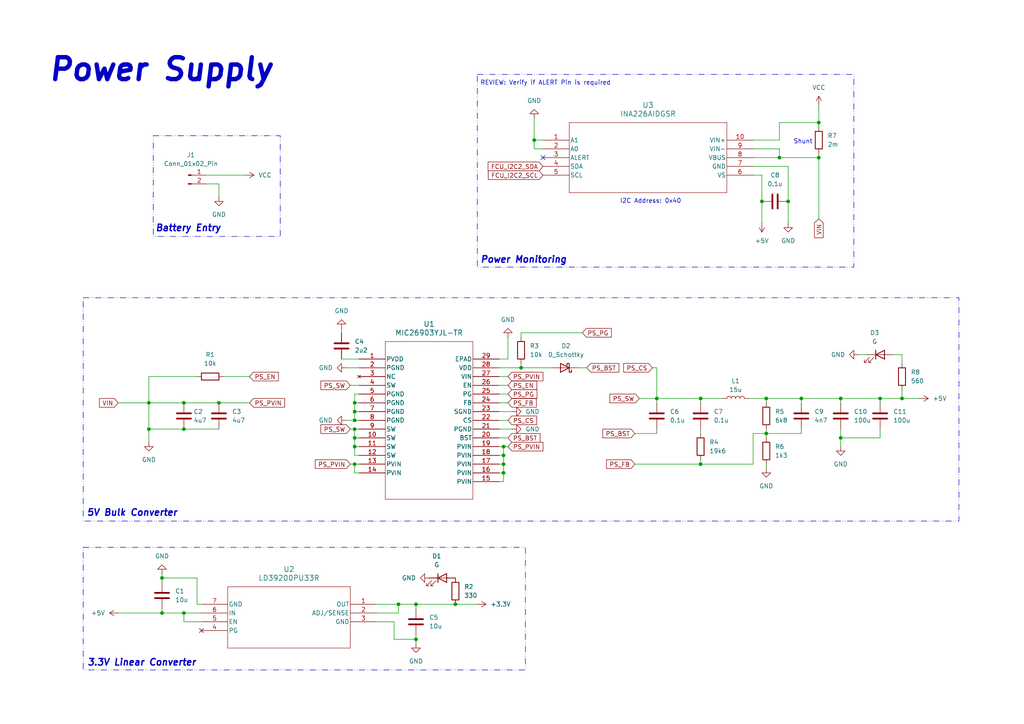
<source format=kicad_sch>
(kicad_sch (version 20250114) (generator "eeschema") (generator_version "9.0")
  (paper "A4")
  (title_block (title "Power Supply") (company "Breno Soares Alves"))
  (lib_symbols
    (symbol "Aircraft_Components:INA226AIDGSR" (pin_names (offset 0.254))
      (property "Reference" "U" (at 30.48 10.16 0))
      (property "Value" "INA226AIDGSR" (at 30.48 7.62 0))
      (symbol "INA226AIDGSR_0_1"
        (polyline (pts (xy 7.62 5.08) (xy 7.62 -15.24)) (stroke (width 0.127)))
        (polyline (pts (xy 7.62 -15.24) (xy 53.34 -15.24)) (stroke (width 0.127)))
        (polyline (pts (xy 53.34 5.08) (xy 7.62 5.08)) (stroke (width 0.127)))
        (polyline (pts (xy 53.34 -15.24) (xy 53.34 5.08)) (stroke (width 0.127)))
        (pin unspecified line (at 0 0 0) (length 7.62) (name "A1") (number "1"))
        (pin unspecified line (at 0 -2.54 0) (length 7.62) (name "A0") (number "2"))
        (pin output line (at 0 -5.08 0) (length 7.62) (name "ALERT") (number "3"))
        (pin bidirectional line (at 0 -7.62 0) (length 7.62) (name "SDA") (number "4"))
        (pin input line (at 0 -10.16 0) (length 7.62) (name "SCL") (number "5"))
        (pin input line (at 60.96 0 180) (length 7.62) (name "VIN+") (number "10"))
        (pin input line (at 60.96 -2.54 180) (length 7.62) (name "VIN-") (number "9"))
        (pin input line (at 60.96 -5.08 180) (length 7.62) (name "VBUS") (number "8"))
        (pin power_in line (at 60.96 -7.62 180) (length 7.62) (name "GND") (number "7"))
        (pin power_in line (at 60.96 -10.16 180) (length 7.62) (name "VS") (number "6"))
      )
    )
    (symbol "Aircraft_Components:LD39200PU33R" (pin_names (offset 0.254))
      (property "Reference" "U" (at 25.4 10.16 0))
      (property "Value" "LD39200PU33R" (at 25.4 7.62 0))
      (symbol "LD39200PU33R_0_1"
        (polyline (pts (xy 7.62 5.08) (xy 7.62 -12.7)) (stroke (width 0.127)))
        (polyline (pts (xy 7.62 -12.7) (xy 43.18 -12.7)) (stroke (width 0.127)))
        (polyline (pts (xy 43.18 5.08) (xy 7.62 5.08)) (stroke (width 0.127)))
        (polyline (pts (xy 43.18 -12.7) (xy 43.18 5.08)) (stroke (width 0.127)))
        (pin output line (at 0 0 0) (length 7.62) (name "OUT") (number "1"))
        (pin unspecified line (at 0 -2.54 0) (length 7.62) (name "ADJ/SENSE") (number "2"))
        (pin power_out line (at 0 -5.08 0) (length 7.62) (name "GND") (number "3"))
        (pin power_out line (at 50.8 0 180) (length 7.62) (name "GND") (number "7"))
        (pin power_in line (at 50.8 -2.54 180) (length 7.62) (name "IN") (number "6"))
        (pin unspecified line (at 50.8 -5.08 180) (length 7.62) (name "EN") (number "5"))
        (pin unspecified line (at 50.8 -7.62 180) (length 7.62) (name "PG") (number "4"))
      )
    )
    (symbol "Aircraft_Components:MIC26903YJL-TR" (pin_names (offset 0.254))
      (property "Reference" "U" (at 20.32 10.16 0))
      (property "Value" "MIC26903YJL-TR" (at 20.32 7.62 0))
      (symbol "MIC26903YJL-TR_0_1"
        (polyline (pts (xy 7.62 5.08) (xy 7.62 -40.64)) (stroke (width 0.127)))
        (polyline (pts (xy 7.62 -40.64) (xy 33.02 -40.64)) (stroke (width 0.127)))
        (polyline (pts (xy 33.02 5.08) (xy 7.62 5.08)) (stroke (width 0.127)))
        (polyline (pts (xy 33.02 -40.64) (xy 33.02 5.08)) (stroke (width 0.127)))
        (pin power_in line (at 0 0 0) (length 7.62) (name "PVDD") (number "1"))
        (pin power_in line (at 0 -2.54 0) (length 7.62) (name "PGND") (number "2"))
        (pin no_connect line (at 0 -5.08 0) (length 7.62) (name "NC") (number "3"))
        (pin output line (at 0 -7.62 0) (length 7.62) (name "SW") (number "4"))
        (pin power_in line (at 0 -10.16 0) (length 7.62) (name "PGND") (number "5"))
        (pin power_in line (at 0 -12.7 0) (length 7.62) (name "PGND") (number "6"))
        (pin power_in line (at 0 -15.24 0) (length 7.62) (name "PGND") (number "7"))
        (pin power_in line (at 0 -17.78 0) (length 7.62) (name "PGND") (number "8"))
        (pin output line (at 0 -20.32 0) (length 7.62) (name "SW") (number "9"))
        (pin output line (at 0 -22.86 0) (length 7.62) (name "SW") (number "10"))
        (pin output line (at 0 -25.4 0) (length 7.62) (name "SW") (number "11"))
        (pin output line (at 0 -27.94 0) (length 7.62) (name "SW") (number "12"))
        (pin input line (at 0 -30.48 0) (length 7.62) (name "PVIN") (number "13"))
        (pin input line (at 0 -33.02 0) (length 7.62) (name "PVIN") (number "14"))
        (pin unspecified line (at 40.64 0 180) (length 7.62) (name "EPAD") (number "29"))
        (pin power_in line (at 40.64 -2.54 180) (length 7.62) (name "VDD") (number "28"))
        (pin input line (at 40.64 -5.08 180) (length 7.62) (name "VIN") (number "27"))
        (pin input line (at 40.64 -7.62 180) (length 7.62) (name "EN") (number "26"))
        (pin output line (at 40.64 -10.16 180) (length 7.62) (name "PG") (number "25"))
        (pin input line (at 40.64 -12.7 180) (length 7.62) (name "FB") (number "24"))
        (pin power_in line (at 40.64 -15.24 180) (length 7.62) (name "SGND") (number "23"))
        (pin input line (at 40.64 -17.78 180) (length 7.62) (name "CS") (number "22"))
        (pin power_in line (at 40.64 -20.32 180) (length 7.62) (name "PGND") (number "21"))
        (pin output line (at 40.64 -22.86 180) (length 7.62) (name "BST") (number "20"))
        (pin input line (at 40.64 -25.4 180) (length 7.62) (name "PVIN") (number "19"))
        (pin input line (at 40.64 -27.94 180) (length 7.62) (name "PVIN") (number "18"))
        (pin input line (at 40.64 -30.48 180) (length 7.62) (name "PVIN") (number "17"))
        (pin input line (at 40.64 -33.02 180) (length 7.62) (name "PVIN") (number "16"))
        (pin input line (at 40.64 -35.56 180) (length 7.62) (name "PVIN") (number "15"))
      )
    )
    (symbol "Connector:Conn_01x02_Pin" (pin_names (offset 1.016) (hide yes))
      (property "Reference" "J" (at 0 2.54 0))
      (property "Value" "Conn_01x02_Pin" (at 0 -5.08 0))
      (symbol "Conn_01x02_Pin_1_1"
        (rectangle (start 0.8636 0.127) (end 0 -0.127) (stroke (width 0.1524)) (fill (type outline)))
        (rectangle (start 0.8636 -2.413) (end 0 -2.667) (stroke (width 0.1524)) (fill (type outline)))
        (polyline (pts (xy 1.27 0) (xy 0.8636 0)) (stroke (width 0.1524)))
        (polyline (pts (xy 1.27 -2.54) (xy 0.8636 -2.54)) (stroke (width 0.1524)))
        (pin passive line (at 5.08 0 180) (length 3.81) (name "Pin_1") (number "1"))
        (pin passive line (at 5.08 -2.54 180) (length 3.81) (name "Pin_2") (number "2"))
      )
    )
    (symbol "Device:C" (pin_numbers (hide yes)) (pin_names (offset 0.254))
      (property "Reference" "C" (at 0.635 2.54 0))
      (property "Value" "C" (at 0.635 -2.54 0))
      (symbol "C_0_1"
        (polyline (pts (xy -2.032 0.762) (xy 2.032 0.762)) (stroke (width 0.508)))
        (polyline (pts (xy -2.032 -0.762) (xy 2.032 -0.762)) (stroke (width 0.508)))
      )
      (symbol "C_1_1"
        (pin passive line (at 0 3.81 270) (length 2.794) (name "~") (number "1"))
        (pin passive line (at 0 -3.81 90) (length 2.794) (name "~") (number "2"))
      )
    )
    (symbol "Device:D_Schottky" (pin_numbers (hide yes)) (pin_names (offset 1.016) (hide yes))
      (property "Reference" "D" (at 0 2.54 0))
      (property "Value" "D_Schottky" (at 0 -2.54 0))
      (symbol "D_Schottky_0_1"
        (polyline (pts (xy -1.905 0.635) (xy -1.905 1.27) (xy -1.27 1.27) (xy -1.27 -1.27) (xy -0.635 -1.27) (xy -0.635 -0.635)) (stroke (width 0.254)))
        (polyline (pts (xy 1.27 1.27) (xy 1.27 -1.27) (xy -1.27 0) (xy 1.27 1.27)) (stroke (width 0.254)))
        (polyline (pts (xy 1.27 0) (xy -1.27 0)))
      )
      (symbol "D_Schottky_1_1"
        (pin passive line (at -3.81 0 0) (length 2.54) (name "K") (number "1"))
        (pin passive line (at 3.81 0 180) (length 2.54) (name "A") (number "2"))
      )
    )
    (symbol "Device:L" (pin_numbers (hide yes)) (pin_names (offset 1.016) (hide yes))
      (property "Reference" "L" (at -1.27 0 90))
      (property "Value" "L" (at 1.905 0 90))
      (symbol "L_0_1"
        (arc (start 0 2.54) (mid 0.6323 1.905) (end 0 1.27))
        (arc (start 0 1.27) (mid 0.6323 0.635) (end 0 0))
        (arc (start 0 0) (mid 0.6323 -0.635) (end 0 -1.27))
        (arc (start 0 -1.27) (mid 0.6323 -1.905) (end 0 -2.54))
      )
      (symbol "L_1_1"
        (pin passive line (at 0 3.81 270) (length 1.27) (name "1") (number "1"))
        (pin passive line (at 0 -3.81 90) (length 1.27) (name "2") (number "2"))
      )
    )
    (symbol "Device:LED" (pin_numbers (hide yes)) (pin_names (offset 1.016) (hide yes))
      (property "Reference" "D" (at 0 2.54 0))
      (property "Value" "LED" (at 0 -2.54 0))
      (symbol "LED_0_1"
        (polyline (pts (xy -3.048 -0.762) (xy -4.572 -2.286) (xy -3.81 -2.286) (xy -4.572 -2.286) (xy -4.572 -1.524)))
        (polyline (pts (xy -1.778 -0.762) (xy -3.302 -2.286) (xy -2.54 -2.286) (xy -3.302 -2.286) (xy -3.302 -1.524)))
        (polyline (pts (xy -1.27 0) (xy 1.27 0)))
        (polyline (pts (xy -1.27 -1.27) (xy -1.27 1.27)) (stroke (width 0.254)))
        (polyline (pts (xy 1.27 -1.27) (xy 1.27 1.27) (xy -1.27 0) (xy 1.27 -1.27)) (stroke (width 0.254)))
      )
      (symbol "LED_1_1"
        (pin passive line (at -3.81 0 0) (length 2.54) (name "K") (number "1"))
        (pin passive line (at 3.81 0 180) (length 2.54) (name "A") (number "2"))
      )
    )
    (symbol "Device:R" (pin_numbers (hide yes)) (pin_names (offset 0))
      (property "Reference" "R" (at 2.032 0 90))
      (property "Value" "R" (at 0 0 90))
      (symbol "R_0_1"
        (rectangle (start -1.016 -2.54) (end 1.016 2.54) (stroke (width 0.254)))
      )
      (symbol "R_1_1"
        (pin passive line (at 0 3.81 270) (length 1.27) (name "~") (number "1"))
        (pin passive line (at 0 -3.81 90) (length 1.27) (name "~") (number "2"))
      )
    )
    (symbol "power:+3.3V" (power) (pin_numbers (hide yes)) (pin_names (offset 0) (hide yes))
      (property "Value" "+3.3V" (at 0 3.556 0))
      (symbol "+3.3V_0_1"
        (polyline (pts (xy -0.762 1.27) (xy 0 2.54)))
        (polyline (pts (xy 0 2.54) (xy 0.762 1.27)))
        (polyline (pts (xy 0 0) (xy 0 2.54)))
      )
      (symbol "+3.3V_1_1"
        (pin power_in line (at 0 0 90) (length 0) (name "~") (number "1"))
      )
    )
    (symbol "power:+5V" (power) (pin_numbers (hide yes)) (pin_names (offset 0) (hide yes))
      (property "Value" "+5V" (at 0 3.556 0))
      (symbol "+5V_0_1"
        (polyline (pts (xy -0.762 1.27) (xy 0 2.54)))
        (polyline (pts (xy 0 2.54) (xy 0.762 1.27)))
        (polyline (pts (xy 0 0) (xy 0 2.54)))
      )
      (symbol "+5V_1_1"
        (pin power_in line (at 0 0 90) (length 0) (name "~") (number "1"))
      )
    )
    (symbol "power:GND" (power) (pin_numbers (hide yes)) (pin_names (offset 0) (hide yes))
      (property "Value" "GND" (at 0 -3.81 0))
      (symbol "GND_0_1"
        (polyline (pts (xy 0 0) (xy 0 -1.27) (xy 1.27 -1.27) (xy 0 -2.54) (xy -1.27 -1.27) (xy 0 -1.27)))
      )
      (symbol "GND_1_1"
        (pin power_in line (at 0 0 270) (length 0) (name "~") (number "1"))
      )
    )
    (symbol "power:VCC" (power) (pin_numbers (hide yes)) (pin_names (offset 0) (hide yes))
      (property "Value" "VCC" (at 0 3.556 0))
      (symbol "VCC_0_1"
        (polyline (pts (xy -0.762 1.27) (xy 0 2.54)))
        (polyline (pts (xy 0 2.54) (xy 0.762 1.27)))
        (polyline (pts (xy 0 0) (xy 0 2.54)))
      )
      (symbol "VCC_1_1"
        (pin power_in line (at 0 0 90) (length 0) (name "~") (number "1"))
      )
    )
  )
  (rectangle (start 24.13 86.36) (end 278.13 151.13) (stroke (width 0) (type dash_dot_dot)))
  (rectangle (start 138.43 21.59) (end 247.65 77.47) (stroke (width 0) (type dash_dot_dot)))
  (rectangle (start 44.45 39.37) (end 81.28 68.58) (stroke (width 0) (type dash_dot_dot)))
  (rectangle (start 24.13 158.75) (end 152.4 194.31) (stroke (width 0) (type dash_dot_dot)))
  (text "3.3V Linear Converter" (at 41.148 192.278 0) (effects (font (size 1.905 1.905) (thickness 0.381) (bold yes) (italic yes))))
  (text "Power Supply" (at 46.736 20.32 0) (effects (font (size 6.35 6.35) (thickness 1.27) (bold yes) (italic yes))))
  (text "REVIEW: Verify if ALERT Pin is required" (at 158.242 24.13 0) (effects (font (size 1.27 1.27))))
  (text "Power Monitoring" (at 151.892 75.438 0) (effects (font (size 1.905 1.905) (thickness 0.381) (bold yes) (italic yes))))
  (text "Shunt" (at 232.918 41.148 0) (effects (font (size 1.27 1.27))))
  (text "5V Bulk Converter" (at 38.354 148.844 0) (effects (font (size 1.905 1.905) (thickness 0.381) (bold yes) (italic yes))))
  (text "I2C Address: 0x40" (at 188.722 58.42 0) (effects (font (size 1.27 1.27))))
  (text "Battery Entry" (at 54.61 66.294 0) (effects (font (size 1.905 1.905) (thickness 0.381) (bold yes) (italic yes))))
  (junction (at 151.13 106.68))
  (junction (at 53.34 124.46))
  (junction (at 222.25 125.73))
  (junction (at 243.84 115.57))
  (junction (at 46.99 177.8))
  (junction (at 203.2 115.57))
  (junction (at 226.06 45.72))
  (junction (at 222.25 115.57))
  (junction (at 146.05 137.16))
  (junction (at 146.05 132.08))
  (junction (at 53.34 116.84))
  (junction (at 102.87 124.46))
  (junction (at 102.87 129.54))
  (junction (at 63.5 116.84))
  (junction (at 46.99 167.64))
  (junction (at 43.18 116.84))
  (junction (at 102.87 119.38))
  (junction (at 261.62 115.57))
  (junction (at 43.18 124.46))
  (junction (at 220.98 58.42))
  (junction (at 120.65 185.42))
  (junction (at 115.57 175.26))
  (junction (at 146.05 129.54))
  (junction (at 190.5 115.57))
  (junction (at 102.87 134.62))
  (junction (at 228.6 58.42))
  (junction (at 243.84 127))
  (junction (at 102.87 121.92))
  (junction (at 102.87 127))
  (junction (at 237.49 35.56))
  (junction (at 154.94 40.64))
  (junction (at 132.08 175.26))
  (junction (at 53.34 177.8))
  (junction (at 232.41 115.57))
  (junction (at 237.49 45.72))
  (junction (at 203.2 134.62))
  (junction (at 255.27 115.57))
  (junction (at 146.05 134.62))
  (junction (at 102.87 116.84))
  (junction (at 120.65 175.26))
  (no_connect (at 157.48 45.72))
  (no_connect (at 58.42 182.88))
  (wire (pts (xy 151.13 96.52) (xy 168.91 96.52)))
  (wire (pts (xy 109.22 177.8) (xy 115.57 177.8)))
  (wire (pts (xy 226.06 45.72) (xy 226.06 43.18)))
  (wire (pts (xy 102.87 114.3) (xy 104.14 114.3)))
  (wire (pts (xy 184.15 134.62) (xy 203.2 134.62)))
  (wire (pts (xy 102.87 121.92) (xy 104.14 121.92)))
  (wire (pts (xy 243.84 127) (xy 255.27 127)))
  (wire (pts (xy 147.32 129.54) (xy 146.05 129.54)))
  (wire (pts (xy 64.77 109.22) (xy 72.39 109.22)))
  (wire (pts (xy 147.32 111.76) (xy 144.78 111.76)))
  (wire (pts (xy 151.13 105.41) (xy 151.13 106.68)))
  (wire (pts (xy 102.87 119.38) (xy 104.14 119.38)))
  (wire (pts (xy 57.15 175.26) (xy 57.15 167.64)))
  (wire (pts (xy 102.87 119.38) (xy 102.87 116.84)))
  (wire (pts (xy 255.27 115.57) (xy 255.27 116.84)))
  (wire (pts (xy 147.32 116.84) (xy 144.78 116.84)))
  (wire (pts (xy 243.84 124.46) (xy 243.84 127)))
  (wire (pts (xy 63.5 116.84) (xy 72.39 116.84)))
  (wire (pts (xy 190.5 125.73) (xy 190.5 124.46)))
  (wire (pts (xy 147.32 114.3) (xy 144.78 114.3)))
  (wire (pts (xy 46.99 166.37) (xy 46.99 167.64)))
  (wire (pts (xy 43.18 116.84) (xy 43.18 124.46)))
  (wire (pts (xy 232.41 115.57) (xy 232.41 116.84)))
  (wire (pts (xy 102.87 116.84) (xy 102.87 114.3)))
  (wire (pts (xy 46.99 176.53) (xy 46.99 177.8)))
  (wire (pts (xy 102.87 137.16) (xy 104.14 137.16)))
  (wire (pts (xy 101.6 134.62) (xy 102.87 134.62)))
  (wire (pts (xy 226.06 35.56) (xy 226.06 40.64)))
  (wire (pts (xy 144.78 134.62) (xy 146.05 134.62)))
  (wire (pts (xy 58.42 175.26) (xy 57.15 175.26)))
  (wire (pts (xy 120.65 185.42) (xy 120.65 186.69)))
  (wire (pts (xy 53.34 116.84) (xy 43.18 116.84)))
  (wire (pts (xy 43.18 124.46) (xy 43.18 128.27)))
  (wire (pts (xy 222.25 125.73) (xy 222.25 124.46)))
  (wire (pts (xy 261.62 113.03) (xy 261.62 115.57)))
  (wire (pts (xy 146.05 129.54) (xy 144.78 129.54)))
  (wire (pts (xy 203.2 115.57) (xy 209.55 115.57)))
  (wire (pts (xy 109.22 175.26) (xy 115.57 175.26)))
  (wire (pts (xy 120.65 185.42) (xy 120.65 184.15)))
  (wire (pts (xy 226.06 43.18) (xy 218.44 43.18)))
  (wire (pts (xy 218.44 125.73) (xy 222.25 125.73)))
  (wire (pts (xy 220.98 58.42) (xy 220.98 64.77)))
  (wire (pts (xy 102.87 116.84) (xy 104.14 116.84)))
  (wire (pts (xy 203.2 134.62) (xy 203.2 133.35)))
  (wire (pts (xy 261.62 115.57) (xy 266.7 115.57)))
  (wire (pts (xy 120.65 175.26) (xy 120.65 176.53)))
  (wire (pts (xy 46.99 177.8) (xy 53.34 177.8)))
  (wire (pts (xy 146.05 134.62) (xy 146.05 132.08)))
  (wire (pts (xy 114.3 180.34) (xy 114.3 185.42)))
  (wire (pts (xy 34.29 116.84) (xy 43.18 116.84)))
  (wire (pts (xy 53.34 124.46) (xy 63.5 124.46)))
  (wire (pts (xy 203.2 115.57) (xy 203.2 116.84)))
  (wire (pts (xy 261.62 102.87) (xy 261.62 105.41)))
  (wire (pts (xy 144.78 104.14) (xy 147.32 104.14)))
  (wire (pts (xy 157.48 40.64) (xy 154.94 40.64)))
  (wire (pts (xy 63.5 53.34) (xy 63.5 57.15)))
  (wire (pts (xy 102.87 129.54) (xy 104.14 129.54)))
  (wire (pts (xy 147.32 109.22) (xy 144.78 109.22)))
  (wire (pts (xy 255.27 115.57) (xy 261.62 115.57)))
  (wire (pts (xy 46.99 167.64) (xy 46.99 168.91)))
  (wire (pts (xy 228.6 58.42) (xy 228.6 64.77)))
  (wire (pts (xy 237.49 35.56) (xy 237.49 36.83)))
  (wire (pts (xy 190.5 115.57) (xy 190.5 106.68)))
  (wire (pts (xy 222.25 115.57) (xy 222.25 116.84)))
  (wire (pts (xy 222.25 134.62) (xy 222.25 135.89)))
  (wire (pts (xy 120.65 175.26) (xy 132.08 175.26)))
  (wire (pts (xy 102.87 127) (xy 104.14 127)))
  (wire (pts (xy 243.84 127) (xy 243.84 129.54)))
  (wire (pts (xy 220.98 58.42) (xy 220.98 50.8)))
  (wire (pts (xy 57.15 167.64) (xy 46.99 167.64)))
  (wire (pts (xy 237.49 45.72) (xy 226.06 45.72)))
  (wire (pts (xy 255.27 127) (xy 255.27 124.46)))
  (wire (pts (xy 248.92 102.87) (xy 251.46 102.87)))
  (wire (pts (xy 101.6 111.76) (xy 104.14 111.76)))
  (wire (pts (xy 144.78 106.68) (xy 151.13 106.68)))
  (wire (pts (xy 222.25 125.73) (xy 222.25 127)))
  (wire (pts (xy 104.14 132.08) (xy 102.87 132.08)))
  (wire (pts (xy 146.05 132.08) (xy 146.05 129.54)))
  (wire (pts (xy 34.29 177.8) (xy 46.99 177.8)))
  (wire (pts (xy 190.5 115.57) (xy 190.5 116.84)))
  (wire (pts (xy 232.41 125.73) (xy 232.41 124.46)))
  (wire (pts (xy 99.06 95.25) (xy 99.06 96.52)))
  (wire (pts (xy 102.87 129.54) (xy 102.87 127)))
  (wire (pts (xy 185.42 115.57) (xy 190.5 115.57)))
  (wire (pts (xy 109.22 180.34) (xy 114.3 180.34)))
  (wire (pts (xy 154.94 43.18) (xy 154.94 40.64)))
  (wire (pts (xy 147.32 127) (xy 144.78 127)))
  (wire (pts (xy 237.49 45.72) (xy 237.49 63.5)))
  (wire (pts (xy 190.5 106.68) (xy 189.23 106.68)))
  (wire (pts (xy 237.49 44.45) (xy 237.49 45.72)))
  (wire (pts (xy 222.25 125.73) (xy 232.41 125.73)))
  (wire (pts (xy 217.17 115.57) (xy 222.25 115.57)))
  (wire (pts (xy 157.48 43.18) (xy 154.94 43.18)))
  (wire (pts (xy 144.78 132.08) (xy 146.05 132.08)))
  (wire (pts (xy 184.15 125.73) (xy 190.5 125.73)))
  (wire (pts (xy 151.13 97.79) (xy 151.13 96.52)))
  (wire (pts (xy 237.49 30.48) (xy 237.49 35.56)))
  (wire (pts (xy 218.44 134.62) (xy 218.44 125.73)))
  (wire (pts (xy 132.08 175.26) (xy 138.43 175.26)))
  (wire (pts (xy 102.87 132.08) (xy 102.87 129.54)))
  (wire (pts (xy 259.08 102.87) (xy 261.62 102.87)))
  (wire (pts (xy 237.49 35.56) (xy 226.06 35.56)))
  (wire (pts (xy 222.25 115.57) (xy 232.41 115.57)))
  (wire (pts (xy 43.18 109.22) (xy 57.15 109.22)))
  (wire (pts (xy 226.06 40.64) (xy 218.44 40.64)))
  (wire (pts (xy 147.32 104.14) (xy 147.32 97.79)))
  (wire (pts (xy 53.34 116.84) (xy 63.5 116.84)))
  (wire (pts (xy 232.41 115.57) (xy 243.84 115.57)))
  (wire (pts (xy 102.87 121.92) (xy 102.87 119.38)))
  (wire (pts (xy 243.84 115.57) (xy 255.27 115.57)))
  (wire (pts (xy 99.06 104.14) (xy 104.14 104.14)))
  (wire (pts (xy 58.42 180.34) (xy 53.34 180.34)))
  (wire (pts (xy 115.57 177.8) (xy 115.57 175.26)))
  (wire (pts (xy 228.6 48.26) (xy 218.44 48.26)))
  (wire (pts (xy 190.5 115.57) (xy 203.2 115.57)))
  (wire (pts (xy 144.78 137.16) (xy 146.05 137.16)))
  (wire (pts (xy 53.34 180.34) (xy 53.34 177.8)))
  (wire (pts (xy 102.87 134.62) (xy 102.87 137.16)))
  (wire (pts (xy 228.6 58.42) (xy 228.6 48.26)))
  (wire (pts (xy 102.87 127) (xy 102.87 124.46)))
  (wire (pts (xy 114.3 185.42) (xy 120.65 185.42)))
  (wire (pts (xy 147.32 121.92) (xy 144.78 121.92)))
  (wire (pts (xy 203.2 134.62) (xy 218.44 134.62)))
  (wire (pts (xy 146.05 139.7) (xy 146.05 137.16)))
  (wire (pts (xy 144.78 139.7) (xy 146.05 139.7)))
  (wire (pts (xy 100.33 106.68) (xy 104.14 106.68)))
  (wire (pts (xy 102.87 134.62) (xy 104.14 134.62)))
  (wire (pts (xy 100.33 121.92) (xy 102.87 121.92)))
  (wire (pts (xy 53.34 177.8) (xy 58.42 177.8)))
  (wire (pts (xy 102.87 124.46) (xy 104.14 124.46)))
  (wire (pts (xy 144.78 119.38) (xy 148.59 119.38)))
  (wire (pts (xy 115.57 175.26) (xy 120.65 175.26)))
  (wire (pts (xy 218.44 45.72) (xy 226.06 45.72)))
  (wire (pts (xy 43.18 124.46) (xy 53.34 124.46)))
  (wire (pts (xy 167.64 106.68) (xy 170.18 106.68)))
  (wire (pts (xy 101.6 124.46) (xy 102.87 124.46)))
  (wire (pts (xy 146.05 137.16) (xy 146.05 134.62)))
  (wire (pts (xy 43.18 116.84) (xy 43.18 109.22)))
  (wire (pts (xy 203.2 124.46) (xy 203.2 125.73)))
  (wire (pts (xy 59.69 50.8) (xy 71.12 50.8)))
  (wire (pts (xy 151.13 106.68) (xy 160.02 106.68)))
  (wire (pts (xy 59.69 53.34) (xy 63.5 53.34)))
  (wire (pts (xy 220.98 50.8) (xy 218.44 50.8)))
  (wire (pts (xy 243.84 115.57) (xy 243.84 116.84)))
  (wire (pts (xy 154.94 40.64) (xy 154.94 34.29)))
  (wire (pts (xy 144.78 124.46) (xy 148.59 124.46)))
  (global_label "PS_PVIN" (shape input) (at 101.6 134.62 180) (property "Intersheetrefs" "${INTERSHEET_REFS}" (effects (hide yes))))
  (global_label "PS_BST" (shape input) (at 147.32 127 0) (property "Intersheetrefs" "${INTERSHEET_REFS}" (effects (hide yes))))
  (global_label "PS_CS" (shape input) (at 189.23 106.68 180) (property "Intersheetrefs" "${INTERSHEET_REFS}" (effects (hide yes))))
  (global_label "PS_EN" (shape input) (at 147.32 111.76 0) (property "Intersheetrefs" "${INTERSHEET_REFS}" (effects (hide yes))))
  (global_label "VIN" (shape input) (at 34.29 116.84 180) (property "Intersheetrefs" "${INTERSHEET_REFS}" (effects (hide yes))))
  (global_label "FCU_I2C2_SDA" (shape input) (at 157.48 48.26 180) (property "Intersheetrefs" "${INTERSHEET_REFS}" (effects (hide yes))))
  (global_label "FCU_I2C2_SCL" (shape input) (at 157.48 50.8 180) (property "Intersheetrefs" "${INTERSHEET_REFS}" (effects (hide yes))))
  (global_label "PS_PVIN" (shape input) (at 147.32 129.54 0) (property "Intersheetrefs" "${INTERSHEET_REFS}" (effects (hide yes))))
  (global_label "PS_BST" (shape input) (at 184.15 125.73 180) (property "Intersheetrefs" "${INTERSHEET_REFS}" (effects (hide yes))))
  (global_label "PS_SW" (shape input) (at 185.42 115.57 180) (property "Intersheetrefs" "${INTERSHEET_REFS}" (effects (hide yes))))
  (global_label "PS_CS" (shape input) (at 147.32 121.92 0) (property "Intersheetrefs" "${INTERSHEET_REFS}" (effects (hide yes))))
  (global_label "PS_SW" (shape input) (at 101.6 124.46 180) (property "Intersheetrefs" "${INTERSHEET_REFS}" (effects (hide yes))))
  (global_label "PS_PVIN" (shape input) (at 72.39 116.84 0) (property "Intersheetrefs" "${INTERSHEET_REFS}" (effects (hide yes))))
  (global_label "PS_BST" (shape input) (at 170.18 106.68 0) (property "Intersheetrefs" "${INTERSHEET_REFS}" (effects (hide yes))))
  (global_label "PS_PG" (shape input) (at 147.32 114.3 0) (property "Intersheetrefs" "${INTERSHEET_REFS}" (effects (hide yes))))
  (global_label "PS_SW" (shape input) (at 101.6 111.76 180) (property "Intersheetrefs" "${INTERSHEET_REFS}" (effects (hide yes))))
  (global_label "PS_EN" (shape input) (at 72.39 109.22 0) (property "Intersheetrefs" "${INTERSHEET_REFS}" (effects (hide yes))))
  (global_label "PS_PVIN" (shape input) (at 147.32 109.22 0) (property "Intersheetrefs" "${INTERSHEET_REFS}" (effects (hide yes))))
  (global_label "PS_PG" (shape input) (at 168.91 96.52 0) (property "Intersheetrefs" "${INTERSHEET_REFS}" (effects (hide yes))))
  (global_label "VIN" (shape input) (at 237.49 63.5 270) (property "Intersheetrefs" "${INTERSHEET_REFS}" (effects (hide yes))))
  (global_label "PS_FB" (shape input) (at 147.32 116.84 0) (property "Intersheetrefs" "${INTERSHEET_REFS}" (effects (hide yes))))
  (global_label "PS_FB" (shape input) (at 184.15 134.62 180) (property "Intersheetrefs" "${INTERSHEET_REFS}" (effects (hide yes))))
  (symbol (lib_id "power:GND") (at 222.25 135.89 0) (unit 1)
    (property "Reference" "#PWR017" (effects (hide yes)))
    (property "Value" "GND" (at 222.25 140.97 0))
    (property "Description" "Power symbol creates a global label with name \"GND\" , ground" (effects (hide yes)))
  )
  (symbol (lib_id "power:GND") (at 154.94 34.29 180) (unit 1)
    (property "Reference" "#PWR015" (effects (hide yes)))
    (property "Value" "GND" (at 154.94 29.21 0))
    (property "Description" "Power symbol creates a global label with name \"GND\" , ground" (effects (hide yes)))
  )
  (symbol (lib_id "power:GND") (at 43.18 128.27 0) (unit 1)
    (property "Reference" "#PWR02" (effects (hide yes)))
    (property "Value" "GND" (at 43.18 133.35 0))
    (property "Description" "Power symbol creates a global label with name \"GND\" , ground" (effects (hide yes)))
  )
  (symbol (lib_id "power:GND") (at 124.46 167.64 270) (unit 1)
    (property "Reference" "#PWR010" (effects (hide yes)))
    (property "Value" "GND" (at 120.65 167.6399 90) (effects (justify right)))
    (property "Description" "Power symbol creates a global label with name \"GND\" , ground" (effects (hide yes)))
  )
  (symbol (lib_id "Device:C") (at 99.06 100.33 0) (unit 1)
    (property "Reference" "C4" (at 102.87 99.0599 0) (effects (justify left)))
    (property "Value" "2u2" (at 102.87 101.5999 0) (effects (justify left)))
    (property "Description" "Unpolarized capacitor" (effects (hide yes)))
  )
  (symbol (lib_id "power:VCC") (at 71.12 50.8 270) (unit 1)
    (property "Reference" "#PWR05" (effects (hide yes)))
    (property "Value" "VCC" (at 74.93 50.7999 90) (effects (justify left)))
    (property "Description" "Power symbol creates a global label with name \"VCC\"" (effects (hide yes)))
  )
  (symbol (lib_id "Device:R") (at 222.25 120.65 0) (unit 1)
    (property "Reference" "R5" (at 224.79 119.3799 0) (effects (justify left)))
    (property "Value" "6k8" (at 224.79 121.9199 0) (effects (justify left)))
    (property "Description" "Resistor" (effects (hide yes)))
  )
  (symbol (lib_id "Connector:Conn_01x02_Pin") (at 54.61 50.8 0) (unit 1)
    (property "Reference" "J1" (at 55.372 44.958 0))
    (property "Value" "Conn_01x02_Pin" (at 55.372 47.498 0))
    (property "Description" "Generic connector, single row, 01x02, script generated" (effects (hide yes)))
  )
  (symbol (lib_id "power:GND") (at 228.6 64.77 0) (unit 1)
    (property "Reference" "#PWR018" (effects (hide yes)))
    (property "Value" "GND" (at 228.6 69.85 0))
    (property "Description" "Power symbol creates a global label with name \"GND\" , ground" (effects (hide yes)))
  )
  (symbol (lib_id "Device:LED") (at 255.27 102.87 0) (unit 1)
    (property "Reference" "D3" (at 253.6825 96.52 0))
    (property "Value" "G" (at 253.6825 99.06 0))
    (property "Description" "Light emitting diode" (effects (hide yes)))
    (property "Sim.Pins" "1=K 2=A" (effects (hide yes)))
  )
  (symbol (lib_id "power:GND") (at 248.92 102.87 270) (unit 1)
    (property "Reference" "#PWR021" (effects (hide yes)))
    (property "Value" "GND" (at 245.11 102.8699 90) (effects (justify right)))
    (property "Description" "Power symbol creates a global label with name \"GND\" , ground" (effects (hide yes)))
  )
  (symbol (lib_id "Device:R") (at 60.96 109.22 90) (unit 1)
    (property "Reference" "R1" (at 60.96 102.87 90))
    (property "Value" "10k" (at 60.96 105.41 90))
    (property "Description" "Resistor" (effects (hide yes)))
  )
  (symbol (lib_id "Device:C") (at 243.84 120.65 0) (unit 1)
    (property "Reference" "C10" (at 247.65 119.3799 0) (effects (justify left)))
    (property "Value" "100u" (at 247.65 121.9199 0) (effects (justify left)))
    (property "Description" "Unpolarized capacitor" (effects (hide yes)))
  )
  (symbol (lib_id "Device:C") (at 120.65 180.34 0) (unit 1)
    (property "Reference" "C5" (at 124.46 179.0699 0) (effects (justify left)))
    (property "Value" "10u" (at 124.46 181.6099 0) (effects (justify left)))
    (property "Description" "Unpolarized capacitor" (effects (hide yes)))
  )
  (symbol (lib_id "Device:D_Schottky") (at 163.83 106.68 180) (unit 1)
    (property "Reference" "D2" (at 164.1475 100.33 0))
    (property "Value" "D_Schottky" (at 164.1475 102.87 0))
    (property "Description" "Schottky diode" (effects (hide yes)))
  )
  (symbol (lib_id "Device:R") (at 222.25 130.81 0) (unit 1)
    (property "Reference" "R6" (at 224.79 129.5399 0) (effects (justify left)))
    (property "Value" "1k3" (at 224.79 132.0799 0) (effects (justify left)))
    (property "Description" "Resistor" (effects (hide yes)))
  )
  (symbol (lib_id "Device:R") (at 261.62 109.22 0) (unit 1)
    (property "Reference" "R8" (at 264.16 107.9499 0) (effects (justify left)))
    (property "Value" "560" (at 264.16 110.4899 0) (effects (justify left)))
    (property "Description" "Resistor" (effects (hide yes)))
  )
  (symbol (lib_id "Device:R") (at 151.13 101.6 0) (unit 1)
    (property "Reference" "R3" (at 153.67 100.3299 0) (effects (justify left)))
    (property "Value" "10k" (at 153.67 102.8699 0) (effects (justify left)))
    (property "Description" "Resistor" (effects (hide yes)))
  )
  (symbol (lib_id "power:GND") (at 99.06 95.25 180) (unit 1)
    (property "Reference" "#PWR06" (effects (hide yes)))
    (property "Value" "GND" (at 99.06 90.17 0))
    (property "Description" "Power symbol creates a global label with name \"GND\" , ground" (effects (hide yes)))
  )
  (symbol (lib_id "power:GND") (at 120.65 186.69 0) (unit 1)
    (property "Reference" "#PWR09" (effects (hide yes)))
    (property "Value" "GND" (at 120.65 191.77 0))
    (property "Description" "Power symbol creates a global label with name \"GND\" , ground" (effects (hide yes)))
  )
  (symbol (lib_id "power:GND") (at 100.33 121.92 270) (unit 1)
    (property "Reference" "#PWR08" (effects (hide yes)))
    (property "Value" "GND" (at 96.52 121.9199 90) (effects (justify right)))
    (property "Description" "Power symbol creates a global label with name \"GND\" , ground" (effects (hide yes)))
  )
  (symbol (lib_id "Aircraft_Components:MIC26903YJL-TR") (at 104.14 104.14 0) (unit 1)
    (property "Reference" "U1" (at 124.46 93.98 0) (effects (font (size 1.524 1.524))))
    (property "Value" "MIC26903YJL-TR" (at 124.46 96.52 0) (effects (font (size 1.524 1.524))))
    (property "Footprint" "MLF28_5X6_MCH" (effects (hide yes)))
    (property "Datasheet" "MIC26903YJL-TR" (effects (hide yes)))
  )
  (symbol (lib_id "power:+5V") (at 220.98 64.77 180) (unit 1)
    (property "Reference" "#PWR016" (effects (hide yes)))
    (property "Value" "+5V" (at 220.98 69.85 0))
    (property "Description" "Power symbol creates a global label with name \"+5V\"" (effects (hide yes)))
  )
  (symbol (lib_id "power:VCC") (at 237.49 30.48 0) (unit 1)
    (property "Reference" "#PWR019" (effects (hide yes)))
    (property "Value" "VCC" (at 237.49 25.4 0))
    (property "Description" "Power symbol creates a global label with name \"VCC\"" (effects (hide yes)))
  )
  (symbol (lib_id "Device:R") (at 203.2 129.54 180) (unit 1)
    (property "Reference" "R4" (at 205.74 128.2699 0) (effects (justify right)))
    (property "Value" "19k6" (at 205.74 130.8099 0) (effects (justify right)))
    (property "Description" "Resistor" (effects (hide yes)))
  )
  (symbol (lib_id "Device:R") (at 237.49 40.64 180) (unit 1)
    (property "Reference" "R7" (at 240.03 39.3699 0) (effects (justify right)))
    (property "Value" "2m" (at 240.03 41.9099 0) (effects (justify right)))
    (property "Description" "Resistor" (effects (hide yes)))
  )
  (symbol (lib_id "power:+5V") (at 266.7 115.57 270) (unit 1)
    (property "Reference" "#PWR022" (effects (hide yes)))
    (property "Value" "+5V" (at 270.51 115.5699 90) (effects (justify left)))
    (property "Description" "Power symbol creates a global label with name \"+5V\"" (effects (hide yes)))
  )
  (symbol (lib_id "Aircraft_Components:INA226AIDGSR") (at 157.48 40.64 0) (unit 1)
    (property "Reference" "U3" (at 187.96 30.48 0) (effects (font (size 1.524 1.524))))
    (property "Value" "INA226AIDGSR" (at 187.96 33.02 0) (effects (font (size 1.524 1.524))))
    (property "Footprint" "DGS10" (effects (hide yes)))
    (property "Datasheet" "https://www.ti.com/lit/gpn/ina226" (effects (hide yes)))
  )
  (symbol (lib_id "power:GND") (at 243.84 129.54 0) (unit 1)
    (property "Reference" "#PWR020" (effects (hide yes)))
    (property "Value" "GND" (at 243.84 134.62 0))
    (property "Description" "Power symbol creates a global label with name \"GND\" , ground" (effects (hide yes)))
  )
  (symbol (lib_id "power:GND") (at 148.59 124.46 90) (unit 1)
    (property "Reference" "#PWR014" (effects (hide yes)))
    (property "Value" "GND" (at 152.4 124.4599 90) (effects (justify right)))
    (property "Description" "Power symbol creates a global label with name \"GND\" , ground" (effects (hide yes)))
  )
  (symbol (lib_id "power:GND") (at 46.99 166.37 180) (unit 1)
    (property "Reference" "#PWR03" (effects (hide yes)))
    (property "Value" "GND" (at 46.99 161.29 0))
    (property "Description" "Power symbol creates a global label with name \"GND\" , ground" (effects (hide yes)))
  )
  (symbol (lib_id "Device:L") (at 213.36 115.57 90) (unit 1)
    (property "Reference" "L1" (at 213.36 110.49 90))
    (property "Value" "15u" (at 213.36 113.03 90))
    (property "Description" "Inductor" (effects (hide yes)))
  )
  (symbol (lib_id "power:+3.3V") (at 138.43 175.26 270) (unit 1)
    (property "Reference" "#PWR011" (effects (hide yes)))
    (property "Value" "+3.3V" (at 142.24 175.2599 90) (effects (justify left)))
    (property "Description" "Power symbol creates a global label with name \"+3.3V\"" (effects (hide yes)))
  )
  (symbol (lib_id "Device:C") (at 63.5 120.65 0) (unit 1)
    (property "Reference" "C3" (at 67.31 119.3799 0) (effects (justify left)))
    (property "Value" "4u7" (at 67.31 121.9199 0) (effects (justify left)))
    (property "Description" "Unpolarized capacitor" (effects (hide yes)))
  )
  (symbol (lib_id "power:GND") (at 63.5 57.15 0) (unit 1)
    (property "Reference" "#PWR04" (effects (hide yes)))
    (property "Value" "GND" (at 63.5 62.23 0))
    (property "Description" "Power symbol creates a global label with name \"GND\" , ground" (effects (hide yes)))
  )
  (symbol (lib_id "power:GND") (at 148.59 119.38 90) (unit 1)
    (property "Reference" "#PWR013" (effects (hide yes)))
    (property "Value" "GND" (at 152.4 119.3799 90) (effects (justify right)))
    (property "Description" "Power symbol creates a global label with name \"GND\" , ground" (effects (hide yes)))
  )
  (symbol (lib_id "Device:C") (at 232.41 120.65 0) (unit 1)
    (property "Reference" "C9" (at 236.22 119.3799 0) (effects (justify left)))
    (property "Value" "4n7" (at 236.22 121.9199 0) (effects (justify left)))
    (property "Description" "Unpolarized capacitor" (effects (hide yes)))
  )
  (symbol (lib_id "power:GND") (at 147.32 97.79 180) (unit 1)
    (property "Reference" "#PWR012" (effects (hide yes)))
    (property "Value" "GND" (at 147.32 92.71 0))
    (property "Description" "Power symbol creates a global label with name \"GND\" , ground" (effects (hide yes)))
  )
  (symbol (lib_id "Device:C") (at 53.34 120.65 0) (unit 1)
    (property "Reference" "C2" (at 56.134 119.38 0) (effects (justify left)))
    (property "Value" "4u7" (at 56.134 121.92 0) (effects (justify left)))
    (property "Description" "Unpolarized capacitor" (effects (hide yes)))
  )
  (symbol (lib_id "power:+5V") (at 34.29 177.8 90) (unit 1)
    (property "Reference" "#PWR01" (effects (hide yes)))
    (property "Value" "+5V" (at 30.48 177.7999 90) (effects (justify left)))
    (property "Description" "Power symbol creates a global label with name \"+5V\"" (effects (hide yes)))
  )
  (symbol (lib_id "Device:C") (at 203.2 120.65 0) (unit 1)
    (property "Reference" "C7" (at 207.01 119.3799 0) (effects (justify left)))
    (property "Value" "0.1u" (at 207.01 121.9199 0) (effects (justify left)))
    (property "Description" "Unpolarized capacitor" (effects (hide yes)))
  )
  (symbol (lib_id "Device:LED") (at 128.27 167.64 0) (unit 1)
    (property "Reference" "D1" (at 126.6825 161.29 0))
    (property "Value" "G" (at 126.6825 163.83 0))
    (property "Description" "Light emitting diode" (effects (hide yes)))
    (property "Sim.Pins" "1=K 2=A" (effects (hide yes)))
  )
  (symbol (lib_id "Device:C") (at 255.27 120.65 0) (unit 1)
    (property "Reference" "C11" (at 259.08 119.3799 0) (effects (justify left)))
    (property "Value" "100u" (at 259.08 121.9199 0) (effects (justify left)))
    (property "Description" "Unpolarized capacitor" (effects (hide yes)))
  )
  (symbol (lib_id "Device:C") (at 224.79 58.42 270) (unit 1)
    (property "Reference" "C8" (at 224.79 50.8 90))
    (property "Value" "0.1u" (at 224.79 53.34 90))
    (property "Description" "Unpolarized capacitor" (effects (hide yes)))
  )
  (symbol (lib_id "Device:C") (at 190.5 120.65 0) (unit 1)
    (property "Reference" "C6" (at 194.31 119.3799 0) (effects (justify left)))
    (property "Value" "0.1u" (at 194.31 121.9199 0) (effects (justify left)))
    (property "Description" "Unpolarized capacitor" (effects (hide yes)))
  )
  (symbol (lib_id "Device:R") (at 132.08 171.45 0) (unit 1)
    (property "Reference" "R2" (at 134.62 170.1799 0) (effects (justify left)))
    (property "Value" "330" (at 134.62 172.7199 0) (effects (justify left)))
    (property "Description" "Resistor" (effects (hide yes)))
  )
  (symbol (lib_id "Aircraft_Components:LD39200PU33R") (at 109.22 175.26 0) (mirror y) (unit 1)
    (property "Reference" "U2" (at 83.82 165.1 0) (effects (font (size 1.524 1.524))))
    (property "Value" "LD39200PU33R" (at 83.82 167.64 0) (effects (font (size 1.524 1.524))))
    (property "Footprint" "SON_DFN6_3X3_STM" (effects (hide yes)))
    (property "Datasheet" "https://www.st.com/resource/en/datasheet/ld39200.pdf" (effects (hide yes)))
  )
  (symbol (lib_id "power:GND") (at 100.33 106.68 270) (unit 1)
    (property "Reference" "#PWR07" (effects (hide yes)))
    (property "Value" "GND" (at 96.52 106.6799 90) (effects (justify right)))
    (property "Description" "Power symbol creates a global label with name \"GND\" , ground" (effects (hide yes)))
  )
  (symbol (lib_id "Device:C") (at 46.99 172.72 0) (unit 1)
    (property "Reference" "C1" (at 50.8 171.4499 0) (effects (justify left)))
    (property "Value" "10u" (at 50.8 173.9899 0) (effects (justify left)))
    (property "Description" "Unpolarized capacitor" (effects (hide yes)))
  )
)
</source>
